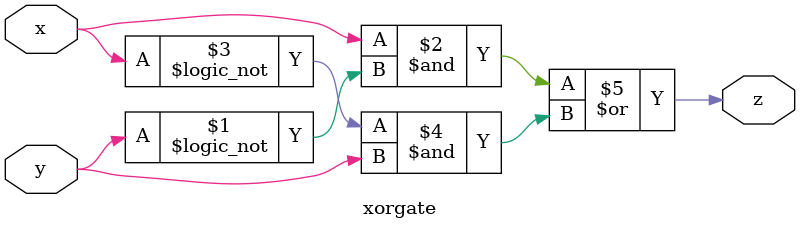
<source format=v>
module xorgate(
input x,y,
output z
);
assign z=(x&(!y))|((!x)&y);
endmodule

</source>
